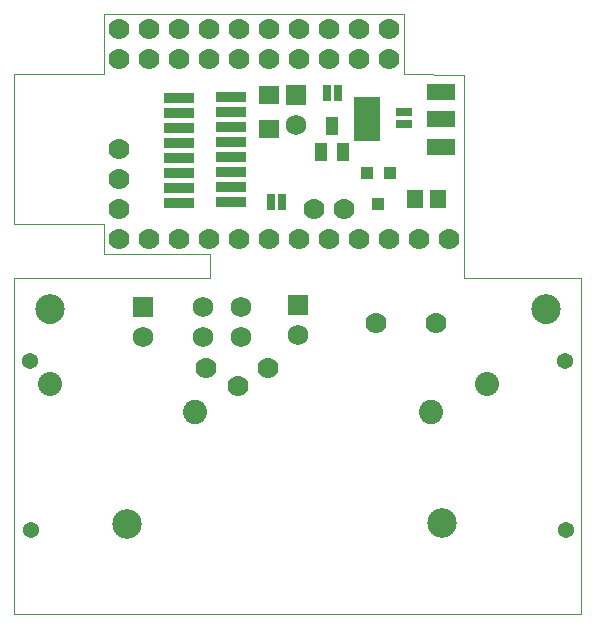
<source format=gbs>
G75*
%MOIN*%
%OFA0B0*%
%FSLAX25Y25*%
%IPPOS*%
%LPD*%
%AMOC8*
5,1,8,0,0,1.08239X$1,22.5*
%
%ADD10C,0.00000*%
%ADD11R,0.04337X0.03943*%
%ADD12R,0.04337X0.05912*%
%ADD13R,0.02900X0.05400*%
%ADD14R,0.05400X0.02900*%
%ADD15C,0.07000*%
%ADD16R,0.10400X0.03400*%
%ADD17R,0.06699X0.05912*%
%ADD18R,0.05518X0.06306*%
%ADD19R,0.09200X0.05200*%
%ADD20R,0.09061X0.14573*%
%ADD21C,0.05400*%
%ADD22C,0.08000*%
%ADD23R,0.06900X0.06900*%
%ADD24C,0.06900*%
%ADD25C,0.08077*%
%ADD26C,0.09455*%
%ADD27C,0.09843*%
D10*
X0005000Y0004606D02*
X0193976Y0004606D01*
X0193976Y0116575D01*
X0155000Y0116575D01*
X0155000Y0184409D01*
X0134921Y0184449D01*
X0134882Y0184488D01*
X0134882Y0194409D01*
X0134921Y0204449D01*
X0034921Y0204449D01*
X0034921Y0194449D01*
X0034961Y0194409D01*
X0034921Y0194409D01*
X0034921Y0184449D01*
X0005000Y0184449D01*
X0005000Y0134449D01*
X0034921Y0134449D01*
X0034921Y0124449D01*
X0070346Y0124449D01*
X0070346Y0116575D01*
X0005000Y0116575D01*
X0005000Y0004606D01*
X0037972Y0034606D02*
X0037974Y0034740D01*
X0037980Y0034874D01*
X0037990Y0035008D01*
X0038004Y0035142D01*
X0038022Y0035275D01*
X0038043Y0035407D01*
X0038069Y0035539D01*
X0038099Y0035670D01*
X0038132Y0035800D01*
X0038169Y0035928D01*
X0038211Y0036056D01*
X0038255Y0036183D01*
X0038304Y0036308D01*
X0038356Y0036431D01*
X0038412Y0036553D01*
X0038472Y0036674D01*
X0038535Y0036792D01*
X0038601Y0036909D01*
X0038671Y0037023D01*
X0038744Y0037136D01*
X0038821Y0037246D01*
X0038901Y0037354D01*
X0038984Y0037459D01*
X0039070Y0037562D01*
X0039159Y0037662D01*
X0039251Y0037760D01*
X0039346Y0037855D01*
X0039444Y0037947D01*
X0039544Y0038036D01*
X0039647Y0038122D01*
X0039752Y0038205D01*
X0039860Y0038285D01*
X0039970Y0038362D01*
X0040083Y0038435D01*
X0040197Y0038505D01*
X0040314Y0038571D01*
X0040432Y0038634D01*
X0040553Y0038694D01*
X0040675Y0038750D01*
X0040798Y0038802D01*
X0040923Y0038851D01*
X0041050Y0038895D01*
X0041178Y0038937D01*
X0041306Y0038974D01*
X0041436Y0039007D01*
X0041567Y0039037D01*
X0041699Y0039063D01*
X0041831Y0039084D01*
X0041964Y0039102D01*
X0042098Y0039116D01*
X0042232Y0039126D01*
X0042366Y0039132D01*
X0042500Y0039134D01*
X0042634Y0039132D01*
X0042768Y0039126D01*
X0042902Y0039116D01*
X0043036Y0039102D01*
X0043169Y0039084D01*
X0043301Y0039063D01*
X0043433Y0039037D01*
X0043564Y0039007D01*
X0043694Y0038974D01*
X0043822Y0038937D01*
X0043950Y0038895D01*
X0044077Y0038851D01*
X0044202Y0038802D01*
X0044325Y0038750D01*
X0044447Y0038694D01*
X0044568Y0038634D01*
X0044686Y0038571D01*
X0044803Y0038505D01*
X0044917Y0038435D01*
X0045030Y0038362D01*
X0045140Y0038285D01*
X0045248Y0038205D01*
X0045353Y0038122D01*
X0045456Y0038036D01*
X0045556Y0037947D01*
X0045654Y0037855D01*
X0045749Y0037760D01*
X0045841Y0037662D01*
X0045930Y0037562D01*
X0046016Y0037459D01*
X0046099Y0037354D01*
X0046179Y0037246D01*
X0046256Y0037136D01*
X0046329Y0037023D01*
X0046399Y0036909D01*
X0046465Y0036792D01*
X0046528Y0036674D01*
X0046588Y0036553D01*
X0046644Y0036431D01*
X0046696Y0036308D01*
X0046745Y0036183D01*
X0046789Y0036056D01*
X0046831Y0035928D01*
X0046868Y0035800D01*
X0046901Y0035670D01*
X0046931Y0035539D01*
X0046957Y0035407D01*
X0046978Y0035275D01*
X0046996Y0035142D01*
X0047010Y0035008D01*
X0047020Y0034874D01*
X0047026Y0034740D01*
X0047028Y0034606D01*
X0047026Y0034472D01*
X0047020Y0034338D01*
X0047010Y0034204D01*
X0046996Y0034070D01*
X0046978Y0033937D01*
X0046957Y0033805D01*
X0046931Y0033673D01*
X0046901Y0033542D01*
X0046868Y0033412D01*
X0046831Y0033284D01*
X0046789Y0033156D01*
X0046745Y0033029D01*
X0046696Y0032904D01*
X0046644Y0032781D01*
X0046588Y0032659D01*
X0046528Y0032538D01*
X0046465Y0032420D01*
X0046399Y0032303D01*
X0046329Y0032189D01*
X0046256Y0032076D01*
X0046179Y0031966D01*
X0046099Y0031858D01*
X0046016Y0031753D01*
X0045930Y0031650D01*
X0045841Y0031550D01*
X0045749Y0031452D01*
X0045654Y0031357D01*
X0045556Y0031265D01*
X0045456Y0031176D01*
X0045353Y0031090D01*
X0045248Y0031007D01*
X0045140Y0030927D01*
X0045030Y0030850D01*
X0044917Y0030777D01*
X0044803Y0030707D01*
X0044686Y0030641D01*
X0044568Y0030578D01*
X0044447Y0030518D01*
X0044325Y0030462D01*
X0044202Y0030410D01*
X0044077Y0030361D01*
X0043950Y0030317D01*
X0043822Y0030275D01*
X0043694Y0030238D01*
X0043564Y0030205D01*
X0043433Y0030175D01*
X0043301Y0030149D01*
X0043169Y0030128D01*
X0043036Y0030110D01*
X0042902Y0030096D01*
X0042768Y0030086D01*
X0042634Y0030080D01*
X0042500Y0030078D01*
X0042366Y0030080D01*
X0042232Y0030086D01*
X0042098Y0030096D01*
X0041964Y0030110D01*
X0041831Y0030128D01*
X0041699Y0030149D01*
X0041567Y0030175D01*
X0041436Y0030205D01*
X0041306Y0030238D01*
X0041178Y0030275D01*
X0041050Y0030317D01*
X0040923Y0030361D01*
X0040798Y0030410D01*
X0040675Y0030462D01*
X0040553Y0030518D01*
X0040432Y0030578D01*
X0040314Y0030641D01*
X0040197Y0030707D01*
X0040083Y0030777D01*
X0039970Y0030850D01*
X0039860Y0030927D01*
X0039752Y0031007D01*
X0039647Y0031090D01*
X0039544Y0031176D01*
X0039444Y0031265D01*
X0039346Y0031357D01*
X0039251Y0031452D01*
X0039159Y0031550D01*
X0039070Y0031650D01*
X0038984Y0031753D01*
X0038901Y0031858D01*
X0038821Y0031966D01*
X0038744Y0032076D01*
X0038671Y0032189D01*
X0038601Y0032303D01*
X0038535Y0032420D01*
X0038472Y0032538D01*
X0038412Y0032659D01*
X0038356Y0032781D01*
X0038304Y0032904D01*
X0038255Y0033029D01*
X0038211Y0033156D01*
X0038169Y0033284D01*
X0038132Y0033412D01*
X0038099Y0033542D01*
X0038069Y0033673D01*
X0038043Y0033805D01*
X0038022Y0033937D01*
X0038004Y0034070D01*
X0037990Y0034204D01*
X0037980Y0034338D01*
X0037974Y0034472D01*
X0037972Y0034606D01*
X0012283Y0106173D02*
X0012285Y0106307D01*
X0012291Y0106441D01*
X0012301Y0106575D01*
X0012315Y0106709D01*
X0012333Y0106842D01*
X0012354Y0106974D01*
X0012380Y0107106D01*
X0012410Y0107237D01*
X0012443Y0107367D01*
X0012480Y0107495D01*
X0012522Y0107623D01*
X0012566Y0107750D01*
X0012615Y0107875D01*
X0012667Y0107998D01*
X0012723Y0108120D01*
X0012783Y0108241D01*
X0012846Y0108359D01*
X0012912Y0108476D01*
X0012982Y0108590D01*
X0013055Y0108703D01*
X0013132Y0108813D01*
X0013212Y0108921D01*
X0013295Y0109026D01*
X0013381Y0109129D01*
X0013470Y0109229D01*
X0013562Y0109327D01*
X0013657Y0109422D01*
X0013755Y0109514D01*
X0013855Y0109603D01*
X0013958Y0109689D01*
X0014063Y0109772D01*
X0014171Y0109852D01*
X0014281Y0109929D01*
X0014394Y0110002D01*
X0014508Y0110072D01*
X0014625Y0110138D01*
X0014743Y0110201D01*
X0014864Y0110261D01*
X0014986Y0110317D01*
X0015109Y0110369D01*
X0015234Y0110418D01*
X0015361Y0110462D01*
X0015489Y0110504D01*
X0015617Y0110541D01*
X0015747Y0110574D01*
X0015878Y0110604D01*
X0016010Y0110630D01*
X0016142Y0110651D01*
X0016275Y0110669D01*
X0016409Y0110683D01*
X0016543Y0110693D01*
X0016677Y0110699D01*
X0016811Y0110701D01*
X0016945Y0110699D01*
X0017079Y0110693D01*
X0017213Y0110683D01*
X0017347Y0110669D01*
X0017480Y0110651D01*
X0017612Y0110630D01*
X0017744Y0110604D01*
X0017875Y0110574D01*
X0018005Y0110541D01*
X0018133Y0110504D01*
X0018261Y0110462D01*
X0018388Y0110418D01*
X0018513Y0110369D01*
X0018636Y0110317D01*
X0018758Y0110261D01*
X0018879Y0110201D01*
X0018997Y0110138D01*
X0019114Y0110072D01*
X0019228Y0110002D01*
X0019341Y0109929D01*
X0019451Y0109852D01*
X0019559Y0109772D01*
X0019664Y0109689D01*
X0019767Y0109603D01*
X0019867Y0109514D01*
X0019965Y0109422D01*
X0020060Y0109327D01*
X0020152Y0109229D01*
X0020241Y0109129D01*
X0020327Y0109026D01*
X0020410Y0108921D01*
X0020490Y0108813D01*
X0020567Y0108703D01*
X0020640Y0108590D01*
X0020710Y0108476D01*
X0020776Y0108359D01*
X0020839Y0108241D01*
X0020899Y0108120D01*
X0020955Y0107998D01*
X0021007Y0107875D01*
X0021056Y0107750D01*
X0021100Y0107623D01*
X0021142Y0107495D01*
X0021179Y0107367D01*
X0021212Y0107237D01*
X0021242Y0107106D01*
X0021268Y0106974D01*
X0021289Y0106842D01*
X0021307Y0106709D01*
X0021321Y0106575D01*
X0021331Y0106441D01*
X0021337Y0106307D01*
X0021339Y0106173D01*
X0021337Y0106039D01*
X0021331Y0105905D01*
X0021321Y0105771D01*
X0021307Y0105637D01*
X0021289Y0105504D01*
X0021268Y0105372D01*
X0021242Y0105240D01*
X0021212Y0105109D01*
X0021179Y0104979D01*
X0021142Y0104851D01*
X0021100Y0104723D01*
X0021056Y0104596D01*
X0021007Y0104471D01*
X0020955Y0104348D01*
X0020899Y0104226D01*
X0020839Y0104105D01*
X0020776Y0103987D01*
X0020710Y0103870D01*
X0020640Y0103756D01*
X0020567Y0103643D01*
X0020490Y0103533D01*
X0020410Y0103425D01*
X0020327Y0103320D01*
X0020241Y0103217D01*
X0020152Y0103117D01*
X0020060Y0103019D01*
X0019965Y0102924D01*
X0019867Y0102832D01*
X0019767Y0102743D01*
X0019664Y0102657D01*
X0019559Y0102574D01*
X0019451Y0102494D01*
X0019341Y0102417D01*
X0019228Y0102344D01*
X0019114Y0102274D01*
X0018997Y0102208D01*
X0018879Y0102145D01*
X0018758Y0102085D01*
X0018636Y0102029D01*
X0018513Y0101977D01*
X0018388Y0101928D01*
X0018261Y0101884D01*
X0018133Y0101842D01*
X0018005Y0101805D01*
X0017875Y0101772D01*
X0017744Y0101742D01*
X0017612Y0101716D01*
X0017480Y0101695D01*
X0017347Y0101677D01*
X0017213Y0101663D01*
X0017079Y0101653D01*
X0016945Y0101647D01*
X0016811Y0101645D01*
X0016677Y0101647D01*
X0016543Y0101653D01*
X0016409Y0101663D01*
X0016275Y0101677D01*
X0016142Y0101695D01*
X0016010Y0101716D01*
X0015878Y0101742D01*
X0015747Y0101772D01*
X0015617Y0101805D01*
X0015489Y0101842D01*
X0015361Y0101884D01*
X0015234Y0101928D01*
X0015109Y0101977D01*
X0014986Y0102029D01*
X0014864Y0102085D01*
X0014743Y0102145D01*
X0014625Y0102208D01*
X0014508Y0102274D01*
X0014394Y0102344D01*
X0014281Y0102417D01*
X0014171Y0102494D01*
X0014063Y0102574D01*
X0013958Y0102657D01*
X0013855Y0102743D01*
X0013755Y0102832D01*
X0013657Y0102924D01*
X0013562Y0103019D01*
X0013470Y0103117D01*
X0013381Y0103217D01*
X0013295Y0103320D01*
X0013212Y0103425D01*
X0013132Y0103533D01*
X0013055Y0103643D01*
X0012982Y0103756D01*
X0012912Y0103870D01*
X0012846Y0103987D01*
X0012783Y0104105D01*
X0012723Y0104226D01*
X0012667Y0104348D01*
X0012615Y0104471D01*
X0012566Y0104596D01*
X0012522Y0104723D01*
X0012480Y0104851D01*
X0012443Y0104979D01*
X0012410Y0105109D01*
X0012380Y0105240D01*
X0012354Y0105372D01*
X0012333Y0105504D01*
X0012315Y0105637D01*
X0012301Y0105771D01*
X0012291Y0105905D01*
X0012285Y0106039D01*
X0012283Y0106173D01*
X0142972Y0035106D02*
X0142974Y0035240D01*
X0142980Y0035374D01*
X0142990Y0035508D01*
X0143004Y0035642D01*
X0143022Y0035775D01*
X0143043Y0035907D01*
X0143069Y0036039D01*
X0143099Y0036170D01*
X0143132Y0036300D01*
X0143169Y0036428D01*
X0143211Y0036556D01*
X0143255Y0036683D01*
X0143304Y0036808D01*
X0143356Y0036931D01*
X0143412Y0037053D01*
X0143472Y0037174D01*
X0143535Y0037292D01*
X0143601Y0037409D01*
X0143671Y0037523D01*
X0143744Y0037636D01*
X0143821Y0037746D01*
X0143901Y0037854D01*
X0143984Y0037959D01*
X0144070Y0038062D01*
X0144159Y0038162D01*
X0144251Y0038260D01*
X0144346Y0038355D01*
X0144444Y0038447D01*
X0144544Y0038536D01*
X0144647Y0038622D01*
X0144752Y0038705D01*
X0144860Y0038785D01*
X0144970Y0038862D01*
X0145083Y0038935D01*
X0145197Y0039005D01*
X0145314Y0039071D01*
X0145432Y0039134D01*
X0145553Y0039194D01*
X0145675Y0039250D01*
X0145798Y0039302D01*
X0145923Y0039351D01*
X0146050Y0039395D01*
X0146178Y0039437D01*
X0146306Y0039474D01*
X0146436Y0039507D01*
X0146567Y0039537D01*
X0146699Y0039563D01*
X0146831Y0039584D01*
X0146964Y0039602D01*
X0147098Y0039616D01*
X0147232Y0039626D01*
X0147366Y0039632D01*
X0147500Y0039634D01*
X0147634Y0039632D01*
X0147768Y0039626D01*
X0147902Y0039616D01*
X0148036Y0039602D01*
X0148169Y0039584D01*
X0148301Y0039563D01*
X0148433Y0039537D01*
X0148564Y0039507D01*
X0148694Y0039474D01*
X0148822Y0039437D01*
X0148950Y0039395D01*
X0149077Y0039351D01*
X0149202Y0039302D01*
X0149325Y0039250D01*
X0149447Y0039194D01*
X0149568Y0039134D01*
X0149686Y0039071D01*
X0149803Y0039005D01*
X0149917Y0038935D01*
X0150030Y0038862D01*
X0150140Y0038785D01*
X0150248Y0038705D01*
X0150353Y0038622D01*
X0150456Y0038536D01*
X0150556Y0038447D01*
X0150654Y0038355D01*
X0150749Y0038260D01*
X0150841Y0038162D01*
X0150930Y0038062D01*
X0151016Y0037959D01*
X0151099Y0037854D01*
X0151179Y0037746D01*
X0151256Y0037636D01*
X0151329Y0037523D01*
X0151399Y0037409D01*
X0151465Y0037292D01*
X0151528Y0037174D01*
X0151588Y0037053D01*
X0151644Y0036931D01*
X0151696Y0036808D01*
X0151745Y0036683D01*
X0151789Y0036556D01*
X0151831Y0036428D01*
X0151868Y0036300D01*
X0151901Y0036170D01*
X0151931Y0036039D01*
X0151957Y0035907D01*
X0151978Y0035775D01*
X0151996Y0035642D01*
X0152010Y0035508D01*
X0152020Y0035374D01*
X0152026Y0035240D01*
X0152028Y0035106D01*
X0152026Y0034972D01*
X0152020Y0034838D01*
X0152010Y0034704D01*
X0151996Y0034570D01*
X0151978Y0034437D01*
X0151957Y0034305D01*
X0151931Y0034173D01*
X0151901Y0034042D01*
X0151868Y0033912D01*
X0151831Y0033784D01*
X0151789Y0033656D01*
X0151745Y0033529D01*
X0151696Y0033404D01*
X0151644Y0033281D01*
X0151588Y0033159D01*
X0151528Y0033038D01*
X0151465Y0032920D01*
X0151399Y0032803D01*
X0151329Y0032689D01*
X0151256Y0032576D01*
X0151179Y0032466D01*
X0151099Y0032358D01*
X0151016Y0032253D01*
X0150930Y0032150D01*
X0150841Y0032050D01*
X0150749Y0031952D01*
X0150654Y0031857D01*
X0150556Y0031765D01*
X0150456Y0031676D01*
X0150353Y0031590D01*
X0150248Y0031507D01*
X0150140Y0031427D01*
X0150030Y0031350D01*
X0149917Y0031277D01*
X0149803Y0031207D01*
X0149686Y0031141D01*
X0149568Y0031078D01*
X0149447Y0031018D01*
X0149325Y0030962D01*
X0149202Y0030910D01*
X0149077Y0030861D01*
X0148950Y0030817D01*
X0148822Y0030775D01*
X0148694Y0030738D01*
X0148564Y0030705D01*
X0148433Y0030675D01*
X0148301Y0030649D01*
X0148169Y0030628D01*
X0148036Y0030610D01*
X0147902Y0030596D01*
X0147768Y0030586D01*
X0147634Y0030580D01*
X0147500Y0030578D01*
X0147366Y0030580D01*
X0147232Y0030586D01*
X0147098Y0030596D01*
X0146964Y0030610D01*
X0146831Y0030628D01*
X0146699Y0030649D01*
X0146567Y0030675D01*
X0146436Y0030705D01*
X0146306Y0030738D01*
X0146178Y0030775D01*
X0146050Y0030817D01*
X0145923Y0030861D01*
X0145798Y0030910D01*
X0145675Y0030962D01*
X0145553Y0031018D01*
X0145432Y0031078D01*
X0145314Y0031141D01*
X0145197Y0031207D01*
X0145083Y0031277D01*
X0144970Y0031350D01*
X0144860Y0031427D01*
X0144752Y0031507D01*
X0144647Y0031590D01*
X0144544Y0031676D01*
X0144444Y0031765D01*
X0144346Y0031857D01*
X0144251Y0031952D01*
X0144159Y0032050D01*
X0144070Y0032150D01*
X0143984Y0032253D01*
X0143901Y0032358D01*
X0143821Y0032466D01*
X0143744Y0032576D01*
X0143671Y0032689D01*
X0143601Y0032803D01*
X0143535Y0032920D01*
X0143472Y0033038D01*
X0143412Y0033159D01*
X0143356Y0033281D01*
X0143304Y0033404D01*
X0143255Y0033529D01*
X0143211Y0033656D01*
X0143169Y0033784D01*
X0143132Y0033912D01*
X0143099Y0034042D01*
X0143069Y0034173D01*
X0143043Y0034305D01*
X0143022Y0034437D01*
X0143004Y0034570D01*
X0142990Y0034704D01*
X0142980Y0034838D01*
X0142974Y0034972D01*
X0142972Y0035106D01*
X0177637Y0106173D02*
X0177639Y0106307D01*
X0177645Y0106441D01*
X0177655Y0106575D01*
X0177669Y0106709D01*
X0177687Y0106842D01*
X0177708Y0106974D01*
X0177734Y0107106D01*
X0177764Y0107237D01*
X0177797Y0107367D01*
X0177834Y0107495D01*
X0177876Y0107623D01*
X0177920Y0107750D01*
X0177969Y0107875D01*
X0178021Y0107998D01*
X0178077Y0108120D01*
X0178137Y0108241D01*
X0178200Y0108359D01*
X0178266Y0108476D01*
X0178336Y0108590D01*
X0178409Y0108703D01*
X0178486Y0108813D01*
X0178566Y0108921D01*
X0178649Y0109026D01*
X0178735Y0109129D01*
X0178824Y0109229D01*
X0178916Y0109327D01*
X0179011Y0109422D01*
X0179109Y0109514D01*
X0179209Y0109603D01*
X0179312Y0109689D01*
X0179417Y0109772D01*
X0179525Y0109852D01*
X0179635Y0109929D01*
X0179748Y0110002D01*
X0179862Y0110072D01*
X0179979Y0110138D01*
X0180097Y0110201D01*
X0180218Y0110261D01*
X0180340Y0110317D01*
X0180463Y0110369D01*
X0180588Y0110418D01*
X0180715Y0110462D01*
X0180843Y0110504D01*
X0180971Y0110541D01*
X0181101Y0110574D01*
X0181232Y0110604D01*
X0181364Y0110630D01*
X0181496Y0110651D01*
X0181629Y0110669D01*
X0181763Y0110683D01*
X0181897Y0110693D01*
X0182031Y0110699D01*
X0182165Y0110701D01*
X0182299Y0110699D01*
X0182433Y0110693D01*
X0182567Y0110683D01*
X0182701Y0110669D01*
X0182834Y0110651D01*
X0182966Y0110630D01*
X0183098Y0110604D01*
X0183229Y0110574D01*
X0183359Y0110541D01*
X0183487Y0110504D01*
X0183615Y0110462D01*
X0183742Y0110418D01*
X0183867Y0110369D01*
X0183990Y0110317D01*
X0184112Y0110261D01*
X0184233Y0110201D01*
X0184351Y0110138D01*
X0184468Y0110072D01*
X0184582Y0110002D01*
X0184695Y0109929D01*
X0184805Y0109852D01*
X0184913Y0109772D01*
X0185018Y0109689D01*
X0185121Y0109603D01*
X0185221Y0109514D01*
X0185319Y0109422D01*
X0185414Y0109327D01*
X0185506Y0109229D01*
X0185595Y0109129D01*
X0185681Y0109026D01*
X0185764Y0108921D01*
X0185844Y0108813D01*
X0185921Y0108703D01*
X0185994Y0108590D01*
X0186064Y0108476D01*
X0186130Y0108359D01*
X0186193Y0108241D01*
X0186253Y0108120D01*
X0186309Y0107998D01*
X0186361Y0107875D01*
X0186410Y0107750D01*
X0186454Y0107623D01*
X0186496Y0107495D01*
X0186533Y0107367D01*
X0186566Y0107237D01*
X0186596Y0107106D01*
X0186622Y0106974D01*
X0186643Y0106842D01*
X0186661Y0106709D01*
X0186675Y0106575D01*
X0186685Y0106441D01*
X0186691Y0106307D01*
X0186693Y0106173D01*
X0186691Y0106039D01*
X0186685Y0105905D01*
X0186675Y0105771D01*
X0186661Y0105637D01*
X0186643Y0105504D01*
X0186622Y0105372D01*
X0186596Y0105240D01*
X0186566Y0105109D01*
X0186533Y0104979D01*
X0186496Y0104851D01*
X0186454Y0104723D01*
X0186410Y0104596D01*
X0186361Y0104471D01*
X0186309Y0104348D01*
X0186253Y0104226D01*
X0186193Y0104105D01*
X0186130Y0103987D01*
X0186064Y0103870D01*
X0185994Y0103756D01*
X0185921Y0103643D01*
X0185844Y0103533D01*
X0185764Y0103425D01*
X0185681Y0103320D01*
X0185595Y0103217D01*
X0185506Y0103117D01*
X0185414Y0103019D01*
X0185319Y0102924D01*
X0185221Y0102832D01*
X0185121Y0102743D01*
X0185018Y0102657D01*
X0184913Y0102574D01*
X0184805Y0102494D01*
X0184695Y0102417D01*
X0184582Y0102344D01*
X0184468Y0102274D01*
X0184351Y0102208D01*
X0184233Y0102145D01*
X0184112Y0102085D01*
X0183990Y0102029D01*
X0183867Y0101977D01*
X0183742Y0101928D01*
X0183615Y0101884D01*
X0183487Y0101842D01*
X0183359Y0101805D01*
X0183229Y0101772D01*
X0183098Y0101742D01*
X0182966Y0101716D01*
X0182834Y0101695D01*
X0182701Y0101677D01*
X0182567Y0101663D01*
X0182433Y0101653D01*
X0182299Y0101647D01*
X0182165Y0101645D01*
X0182031Y0101647D01*
X0181897Y0101653D01*
X0181763Y0101663D01*
X0181629Y0101677D01*
X0181496Y0101695D01*
X0181364Y0101716D01*
X0181232Y0101742D01*
X0181101Y0101772D01*
X0180971Y0101805D01*
X0180843Y0101842D01*
X0180715Y0101884D01*
X0180588Y0101928D01*
X0180463Y0101977D01*
X0180340Y0102029D01*
X0180218Y0102085D01*
X0180097Y0102145D01*
X0179979Y0102208D01*
X0179862Y0102274D01*
X0179748Y0102344D01*
X0179635Y0102417D01*
X0179525Y0102494D01*
X0179417Y0102574D01*
X0179312Y0102657D01*
X0179209Y0102743D01*
X0179109Y0102832D01*
X0179011Y0102924D01*
X0178916Y0103019D01*
X0178824Y0103117D01*
X0178735Y0103217D01*
X0178649Y0103320D01*
X0178566Y0103425D01*
X0178486Y0103533D01*
X0178409Y0103643D01*
X0178336Y0103756D01*
X0178266Y0103870D01*
X0178200Y0103987D01*
X0178137Y0104105D01*
X0178077Y0104226D01*
X0178021Y0104348D01*
X0177969Y0104471D01*
X0177920Y0104596D01*
X0177876Y0104723D01*
X0177834Y0104851D01*
X0177797Y0104979D01*
X0177764Y0105109D01*
X0177734Y0105240D01*
X0177708Y0105372D01*
X0177687Y0105504D01*
X0177669Y0105637D01*
X0177655Y0105771D01*
X0177645Y0105905D01*
X0177639Y0106039D01*
X0177637Y0106173D01*
D11*
X0130358Y0151567D03*
X0122484Y0151567D03*
X0126421Y0141331D03*
D12*
X0114661Y0158618D03*
X0107181Y0158618D03*
X0110921Y0167280D03*
D13*
X0109143Y0178311D03*
X0113086Y0178311D03*
X0094393Y0141949D03*
X0090450Y0141949D03*
D14*
X0134921Y0167977D03*
X0134921Y0171920D03*
D15*
X0129921Y0189449D03*
X0129921Y0199449D03*
X0119921Y0199449D03*
X0119921Y0189449D03*
X0109921Y0189449D03*
X0109921Y0199449D03*
X0099921Y0199449D03*
X0099921Y0189449D03*
X0089921Y0189449D03*
X0089921Y0199449D03*
X0079921Y0199449D03*
X0079921Y0189449D03*
X0069921Y0189449D03*
X0069921Y0199449D03*
X0059921Y0199449D03*
X0059921Y0189449D03*
X0049921Y0189449D03*
X0049921Y0199449D03*
X0039921Y0199449D03*
X0039921Y0189449D03*
X0039921Y0159449D03*
X0039921Y0149449D03*
X0039921Y0139449D03*
X0039921Y0129449D03*
X0049921Y0129449D03*
X0059921Y0129449D03*
X0069921Y0129449D03*
X0079921Y0129449D03*
X0089921Y0129449D03*
X0099921Y0129449D03*
X0104921Y0139449D03*
X0109921Y0129449D03*
X0114921Y0139449D03*
X0119921Y0129449D03*
X0129921Y0129449D03*
X0139921Y0129449D03*
X0149921Y0129449D03*
X0145736Y0101606D03*
X0125657Y0101606D03*
X0089500Y0086606D03*
X0079500Y0080606D03*
X0069000Y0086606D03*
D16*
X0060000Y0141606D03*
X0060000Y0146606D03*
X0060000Y0151606D03*
X0060000Y0156606D03*
X0060000Y0161606D03*
X0060000Y0166606D03*
X0060000Y0171606D03*
X0060000Y0176606D03*
X0077421Y0176949D03*
X0077421Y0171949D03*
X0077421Y0166949D03*
X0077421Y0161949D03*
X0077421Y0156949D03*
X0077421Y0151949D03*
X0077421Y0146949D03*
X0077421Y0141949D03*
D17*
X0089921Y0166437D03*
X0089921Y0177461D03*
D18*
X0138484Y0142949D03*
X0146358Y0142949D03*
D19*
X0147121Y0160349D03*
X0147121Y0169449D03*
X0147121Y0178549D03*
D20*
X0122720Y0169449D03*
D21*
X0188488Y0089016D03*
X0188858Y0032559D03*
X0010512Y0032559D03*
X0010142Y0089016D03*
D22*
X0016929Y0081299D03*
X0162598Y0081299D03*
D23*
X0099500Y0107606D03*
X0048000Y0107106D03*
X0099000Y0177606D03*
D24*
X0099000Y0167606D03*
X0080500Y0107106D03*
X0080500Y0097106D03*
X0068000Y0097106D03*
X0068000Y0107106D03*
X0048000Y0097106D03*
X0099500Y0097606D03*
D25*
X0065346Y0072106D03*
X0144087Y0072106D03*
D26*
X0147500Y0035106D03*
X0182165Y0106173D03*
X0042500Y0034606D03*
X0016811Y0106173D03*
D27*
X0016811Y0106173D03*
X0042500Y0034606D03*
X0147500Y0035106D03*
X0182165Y0106173D03*
M02*

</source>
